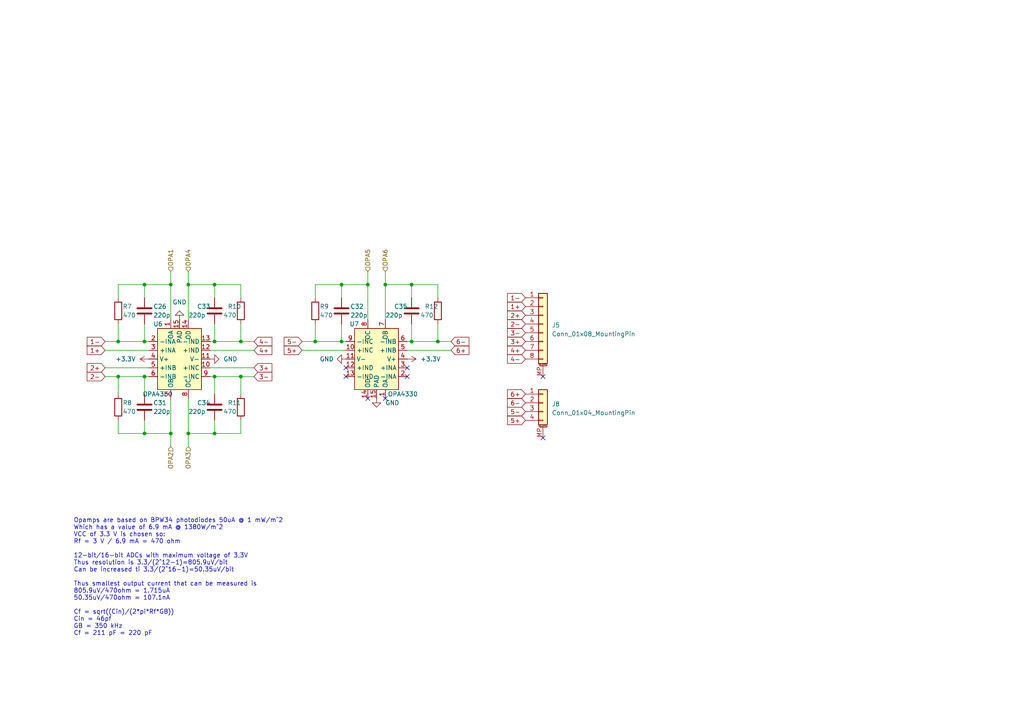
<source format=kicad_sch>
(kicad_sch (version 20231120) (generator "eeschema") (generator_version "8.0")
  (paper "A4")
  (title_block (title "Course Sun Sensor") (date "2024-04-18") (rev "V1") (comment 1 "22619291") (comment 2 "DP Theron"))
  (lib_symbols
    (symbol "Connector_Generic_MountingPin:Conn_01x04_MountingPin" (pin_names (offset 1.016) hide)
      (property "Reference" "J" (at 0 5.08 0))
      (property "Value" "Conn_01x04_MountingPin" (at 1.27 -7.62 0))
      (symbol "Conn_01x04_MountingPin_1_1"
        (rectangle (start -1.27 -4.953) (end 0 -5.207) (stroke (width 0.1524)))
        (rectangle (start -1.27 -2.413) (end 0 -2.667) (stroke (width 0.1524)))
        (rectangle (start -1.27 0.127) (end 0 -0.127) (stroke (width 0.1524)))
        (rectangle (start -1.27 2.667) (end 0 2.413) (stroke (width 0.1524)))
        (rectangle (start -1.27 3.81) (end 1.27 -6.35) (stroke (width 0.254)) (fill (type background)))
        (polyline (pts (xy -1.016 -7.112) (xy 1.016 -7.112)) (stroke (width 0.1524)))
        (text "Mounting" (at 0 -6.731 0) (effects (font (size 0.381 0.381))))
        (pin passive line (at -5.08 2.54 0) (length 3.81) (name "Pin_1") (number "1"))
        (pin passive line (at -5.08 0 0) (length 3.81) (name "Pin_2") (number "2"))
        (pin passive line (at -5.08 -2.54 0) (length 3.81) (name "Pin_3") (number "3"))
        (pin passive line (at -5.08 -5.08 0) (length 3.81) (name "Pin_4") (number "4"))
        (pin passive line (at 0 -10.16 90) (length 3.048) (name "MountPin") (number "MP"))
      )
    )
    (symbol "Connector_Generic_MountingPin:Conn_01x08_MountingPin" (pin_names (offset 1.016) hide)
      (property "Reference" "J" (at 0 10.16 0))
      (property "Value" "Conn_01x08_MountingPin" (at 1.27 -12.7 0))
      (symbol "Conn_01x08_MountingPin_1_1"
        (rectangle (start -1.27 -10.033) (end 0 -10.287) (stroke (width 0.1524)))
        (rectangle (start -1.27 -7.493) (end 0 -7.747) (stroke (width 0.1524)))
        (rectangle (start -1.27 -4.953) (end 0 -5.207) (stroke (width 0.1524)))
        (rectangle (start -1.27 -2.413) (end 0 -2.667) (stroke (width 0.1524)))
        (rectangle (start -1.27 0.127) (end 0 -0.127) (stroke (width 0.1524)))
        (rectangle (start -1.27 2.667) (end 0 2.413) (stroke (width 0.1524)))
        (rectangle (start -1.27 5.207) (end 0 4.953) (stroke (width 0.1524)))
        (rectangle (start -1.27 7.747) (end 0 7.493) (stroke (width 0.1524)))
        (rectangle (start -1.27 8.89) (end 1.27 -11.43) (stroke (width 0.254)) (fill (type background)))
        (polyline (pts (xy -1.016 -12.192) (xy 1.016 -12.192)) (stroke (width 0.1524)))
        (text "Mounting" (at 0 -11.811 0) (effects (font (size 0.381 0.381))))
        (pin passive line (at -5.08 7.62 0) (length 3.81) (name "Pin_1") (number "1"))
        (pin passive line (at -5.08 5.08 0) (length 3.81) (name "Pin_2") (number "2"))
        (pin passive line (at -5.08 2.54 0) (length 3.81) (name "Pin_3") (number "3"))
        (pin passive line (at -5.08 0 0) (length 3.81) (name "Pin_4") (number "4"))
        (pin passive line (at -5.08 -2.54 0) (length 3.81) (name "Pin_5") (number "5"))
        (pin passive line (at -5.08 -5.08 0) (length 3.81) (name "Pin_6") (number "6"))
        (pin passive line (at -5.08 -7.62 0) (length 3.81) (name "Pin_7") (number "7"))
        (pin passive line (at -5.08 -10.16 0) (length 3.81) (name "Pin_8") (number "8"))
        (pin passive line (at 0 -15.24 90) (length 3.048) (name "MountPin") (number "MP"))
      )
    )
    (symbol "Device:C" (pin_numbers hide) (pin_names (offset 0.254))
      (property "Reference" "C" (at 0.635 2.54 0))
      (property "Value" "C" (at 0.635 -2.54 0))
      (symbol "C_0_1"
        (polyline (pts (xy -2.032 -0.762) (xy 2.032 -0.762)) (stroke (width 0.508)))
        (polyline (pts (xy -2.032 0.762) (xy 2.032 0.762)) (stroke (width 0.508)))
      )
      (symbol "C_1_1"
        (pin passive line (at 0 3.81 270) (length 2.794) (name "~") (number "1"))
        (pin passive line (at 0 -3.81 90) (length 2.794) (name "~") (number "2"))
      )
    )
    (symbol "Device:R" (pin_numbers hide) (pin_names (offset 0))
      (property "Reference" "R" (at 2.032 0 90))
      (property "Value" "R" (at 0 0 90))
      (symbol "R_0_1"
        (rectangle (start -1.016 -2.54) (end 1.016 2.54) (stroke (width 0.254)))
      )
      (symbol "R_1_1"
        (pin passive line (at 0 3.81 270) (length 1.27) (name "~") (number "1"))
        (pin passive line (at 0 -3.81 90) (length 1.27) (name "~") (number "2"))
      )
    )
    (symbol "OPA4330_1"
      (property "Reference" "U" (at -6.35 10.16 0))
      (symbol "OPA4330_1_0_0"
        (text_box "" (at -6.35 8.89 0) (size 12.7 -17.78) (fill (type color) (color 255 255 194 1)) (effects (font (size 1.27 1.27)) (justify left top)))
      )
      (symbol "OPA4330_1_0_1"
        (rectangle (start -6.35 8.89) (end 6.35 -8.89))
      )
      (symbol "OPA4330_1_1_1"
        (pin output line (at -2.54 11.43 270) (length 2.54) (name "OA") (number "1"))
        (pin input line (at 8.89 -2.54 180) (length 2.54) (name "+INC") (number "10"))
        (pin power_out line (at 8.89 0 180) (length 2.54) (name "V-") (number "11"))
        (pin input line (at 8.89 2.54 180) (length 2.54) (name "+IND") (number "12"))
        (pin input line (at 8.89 5.08 180) (length 2.54) (name "-IND") (number "13"))
        (pin output line (at 2.54 11.43 270) (length 2.54) (name "OD") (number "14"))
        (pin passive line (at 0 11.43 270) (length 2.54) (name "PAD") (number "15"))
        (pin input line (at -8.89 5.08 0) (length 2.54) (name "-INA") (number "2"))
        (pin input line (at -8.89 2.54 0) (length 2.54) (name "+INA") (number "3"))
        (pin power_in line (at -8.89 0 0) (length 2.54) (name "V+") (number "4"))
        (pin input line (at -8.89 -2.54 0) (length 2.54) (name "+INB") (number "5"))
        (pin input line (at -8.89 -5.08 0) (length 2.54) (name "-INB") (number "6"))
        (pin output line (at -2.54 -11.43 90) (length 2.54) (name "OB") (number "7"))
        (pin output line (at 2.54 -11.43 90) (length 2.54) (name "OC") (number "8"))
        (pin input line (at 8.89 -5.08 180) (length 2.54) (name "-INC") (number "9"))
      )
    )
    (symbol "power:+3.3V" (power) (pin_names (offset 0))
      (property "Value" "+3.3V" (at 0 3.556 0))
      (symbol "+3.3V_0_1"
        (polyline (pts (xy -0.762 1.27) (xy 0 2.54)))
        (polyline (pts (xy 0 0) (xy 0 2.54)))
        (polyline (pts (xy 0 2.54) (xy 0.762 1.27)))
      )
      (symbol "+3.3V_1_1"
        (pin power_in line (at 0 0 90) (length 0) hide (name "+3.3V") (number "1"))
      )
    )
    (symbol "power:GND" (power) (pin_names (offset 0))
      (property "Value" "GND" (at 0 -3.81 0))
      (symbol "GND_0_1"
        (polyline (pts (xy 0 0) (xy 0 -1.27) (xy 1.27 -1.27) (xy 0 -2.54) (xy -1.27 -1.27) (xy 0 -1.27)))
      )
      (symbol "GND_1_1"
        (pin power_in line (at 0 0 270) (length 0) hide (name "GND") (number "1"))
      )
    )
  )
  (junction (at 41.91 82.55))
  (junction (at 99.06 99.06))
  (junction (at 127 99.06))
  (junction (at 106.68 82.55))
  (junction (at 49.53 125.73))
  (junction (at 62.23 99.06))
  (junction (at 62.23 125.73))
  (junction (at 69.85 109.22))
  (junction (at 91.44 99.06))
  (junction (at 34.29 99.06))
  (junction (at 62.23 109.22))
  (junction (at 119.38 99.06))
  (junction (at 54.61 82.55))
  (junction (at 34.29 109.22))
  (junction (at 69.85 99.06))
  (junction (at 41.91 109.22))
  (junction (at 41.91 125.73))
  (junction (at 111.76 82.55))
  (junction (at 49.53 82.55))
  (junction (at 99.06 82.55))
  (junction (at 119.38 82.55))
  (junction (at 62.23 82.55))
  (junction (at 54.61 125.73))
  (junction (at 41.91 99.06))
  (no_connect (at 100.33 109.22))
  (no_connect (at 111.76 115.57))
  (no_connect (at 118.11 109.22))
  (no_connect (at 106.68 115.57))
  (no_connect (at 118.11 106.68))
  (no_connect (at 157.48 109.22))
  (no_connect (at 100.33 106.68))
  (no_connect (at 157.48 127))
  (wire (pts (xy 127 93.98) (xy 127 99.06)))
  (wire (pts (xy 34.29 125.73) (xy 41.91 125.73)))
  (wire (pts (xy 54.61 115.57) (xy 54.61 125.73)))
  (wire (pts (xy 99.06 82.55) (xy 99.06 86.36)))
  (wire (pts (xy 62.23 121.92) (xy 62.23 125.73)))
  (wire (pts (xy 43.18 99.06) (xy 41.91 99.06)))
  (wire (pts (xy 54.61 78.74) (xy 54.61 82.55)))
  (wire (pts (xy 69.85 109.22) (xy 73.66 109.22)))
  (wire (pts (xy 54.61 125.73) (xy 62.23 125.73)))
  (wire (pts (xy 30.48 109.22) (xy 34.29 109.22)))
  (wire (pts (xy 62.23 109.22) (xy 62.23 114.3)))
  (wire (pts (xy 118.11 99.06) (xy 119.38 99.06)))
  (wire (pts (xy 60.96 99.06) (xy 62.23 99.06)))
  (wire (pts (xy 62.23 82.55) (xy 62.23 86.36)))
  (wire (pts (xy 62.23 82.55) (xy 69.85 82.55)))
  (wire (pts (xy 41.91 82.55) (xy 49.53 82.55)))
  (wire (pts (xy 87.63 99.06) (xy 91.44 99.06)))
  (wire (pts (xy 119.38 99.06) (xy 127 99.06)))
  (wire (pts (xy 62.23 109.22) (xy 69.85 109.22)))
  (wire (pts (xy 41.91 82.55) (xy 41.91 86.36)))
  (wire (pts (xy 69.85 109.22) (xy 69.85 114.3)))
  (wire (pts (xy 119.38 82.55) (xy 127 82.55)))
  (wire (pts (xy 49.53 125.73) (xy 49.53 129.54)))
  (wire (pts (xy 91.44 93.98) (xy 91.44 99.06)))
  (wire (pts (xy 69.85 99.06) (xy 73.66 99.06)))
  (wire (pts (xy 91.44 82.55) (xy 99.06 82.55)))
  (wire (pts (xy 41.91 121.92) (xy 41.91 125.73)))
  (wire (pts (xy 106.68 82.55) (xy 106.68 92.71)))
  (wire (pts (xy 106.68 78.74) (xy 106.68 82.55)))
  (wire (pts (xy 54.61 82.55) (xy 54.61 92.71)))
  (wire (pts (xy 43.18 109.22) (xy 41.91 109.22)))
  (wire (pts (xy 119.38 93.98) (xy 119.38 99.06)))
  (wire (pts (xy 60.96 101.6) (xy 73.66 101.6)))
  (wire (pts (xy 69.85 121.92) (xy 69.85 125.73)))
  (wire (pts (xy 69.85 86.36) (xy 69.85 82.55)))
  (wire (pts (xy 30.48 106.68) (xy 43.18 106.68)))
  (wire (pts (xy 99.06 93.98) (xy 99.06 99.06)))
  (wire (pts (xy 91.44 99.06) (xy 99.06 99.06)))
  (wire (pts (xy 127 99.06) (xy 130.81 99.06)))
  (wire (pts (xy 118.11 101.6) (xy 130.81 101.6)))
  (wire (pts (xy 87.63 101.6) (xy 100.33 101.6)))
  (wire (pts (xy 34.29 109.22) (xy 41.91 109.22)))
  (wire (pts (xy 34.29 93.98) (xy 34.29 99.06)))
  (wire (pts (xy 99.06 99.06) (xy 100.33 99.06)))
  (wire (pts (xy 34.29 109.22) (xy 34.29 114.3)))
  (wire (pts (xy 111.76 82.55) (xy 111.76 92.71)))
  (wire (pts (xy 41.91 125.73) (xy 49.53 125.73)))
  (wire (pts (xy 99.06 82.55) (xy 106.68 82.55)))
  (wire (pts (xy 49.53 115.57) (xy 49.53 125.73)))
  (wire (pts (xy 111.76 78.74) (xy 111.76 82.55)))
  (wire (pts (xy 62.23 99.06) (xy 69.85 99.06)))
  (wire (pts (xy 91.44 86.36) (xy 91.44 82.55)))
  (wire (pts (xy 54.61 125.73) (xy 54.61 129.54)))
  (wire (pts (xy 34.29 99.06) (xy 41.91 99.06)))
  (wire (pts (xy 127 82.55) (xy 127 86.36)))
  (wire (pts (xy 119.38 82.55) (xy 119.38 86.36)))
  (wire (pts (xy 41.91 109.22) (xy 41.91 114.3)))
  (wire (pts (xy 41.91 93.98) (xy 41.91 99.06)))
  (wire (pts (xy 30.48 101.6) (xy 43.18 101.6)))
  (wire (pts (xy 62.23 125.73) (xy 69.85 125.73)))
  (wire (pts (xy 111.76 82.55) (xy 119.38 82.55)))
  (wire (pts (xy 34.29 82.55) (xy 41.91 82.55)))
  (wire (pts (xy 60.96 109.22) (xy 62.23 109.22)))
  (wire (pts (xy 49.53 78.74) (xy 49.53 82.55)))
  (wire (pts (xy 69.85 93.98) (xy 69.85 99.06)))
  (wire (pts (xy 60.96 106.68) (xy 73.66 106.68)))
  (wire (pts (xy 30.48 99.06) (xy 34.29 99.06)))
  (wire (pts (xy 34.29 121.92) (xy 34.29 125.73)))
  (wire (pts (xy 49.53 82.55) (xy 49.53 92.71)))
  (wire (pts (xy 62.23 93.98) (xy 62.23 99.06)))
  (wire (pts (xy 62.23 82.55) (xy 54.61 82.55)))
  (wire (pts (xy 34.29 86.36) (xy 34.29 82.55)))
  (text "Opamps are based on BPW34 photodiodes 50uA @ 1 mW/m^2\nWhich has a value of 6.9 mA @ 1380W/m^2\nVCC of 3.3 V is chosen so:\nRf = 3 V / 6.9 mA = 470 ohm\n\n12-bit/16-bit ADCs with maximum voltage of 3,3V\nThus resolution is 3.3/(2^12-1)=805.9uV/bit\nCan be increased ti 3.3/(2^16-1)=50.35uV/bit\n\nThus smallest output current that can be measured is\n805.9uV/470ohm = 1.715uA\n50.35uV/470ohm = 107.1nA\n\nCf = sqrt((Cin)/(2*pi*Rf*GB))\nCin = 46pf\nGB = 350 kHz\nCf = 211 pF = 220 pF\n\n" (at 21.336 168.402 0) (effects (font (size 1.27 1.27)) (justify left)))
  (global_label "1-" (shape input) (at 152.4 86.36 180) (property "Intersheetrefs" "${INTERSHEET_REFS}" (effects (hide yes))))
  (global_label "4+" (shape input) (at 152.4 101.6 180) (property "Intersheetrefs" "${INTERSHEET_REFS}" (effects (hide yes))))
  (global_label "5+" (shape input) (at 152.4 121.92 180) (property "Intersheetrefs" "${INTERSHEET_REFS}" (effects (hide yes))))
  (global_label "2-" (shape input) (at 152.4 93.98 180) (property "Intersheetrefs" "${INTERSHEET_REFS}" (effects (hide yes))))
  (global_label "3-" (shape input) (at 73.66 109.22 0) (property "Intersheetrefs" "${INTERSHEET_REFS}" (effects (hide yes))))
  (global_label "5-" (shape input) (at 152.4 119.38 180) (property "Intersheetrefs" "${INTERSHEET_REFS}" (effects (hide yes))))
  (global_label "2+" (shape input) (at 152.4 91.44 180) (property "Intersheetrefs" "${INTERSHEET_REFS}" (effects (hide yes))))
  (global_label "5+" (shape input) (at 87.63 101.6 180) (property "Intersheetrefs" "${INTERSHEET_REFS}" (effects (hide yes))))
  (global_label "3-" (shape input) (at 152.4 96.52 180) (property "Intersheetrefs" "${INTERSHEET_REFS}" (effects (hide yes))))
  (global_label "3+" (shape input) (at 73.66 106.68 0) (property "Intersheetrefs" "${INTERSHEET_REFS}" (effects (hide yes))))
  (global_label "2+" (shape input) (at 30.48 106.68 180) (property "Intersheetrefs" "${INTERSHEET_REFS}" (effects (hide yes))))
  (global_label "4+" (shape input) (at 73.66 101.6 0) (property "Intersheetrefs" "${INTERSHEET_REFS}" (effects (hide yes))))
  (global_label "4-" (shape input) (at 73.66 99.06 0) (property "Intersheetrefs" "${INTERSHEET_REFS}" (effects (hide yes))))
  (global_label "6-" (shape input) (at 130.81 99.06 0) (property "Intersheetrefs" "${INTERSHEET_REFS}" (effects (hide yes))))
  (global_label "1+" (shape input) (at 30.48 101.6 180) (property "Intersheetrefs" "${INTERSHEET_REFS}" (effects (hide yes))))
  (global_label "6-" (shape input) (at 152.4 116.84 180) (property "Intersheetrefs" "${INTERSHEET_REFS}" (effects (hide yes))))
  (global_label "5-" (shape input) (at 87.63 99.06 180) (property "Intersheetrefs" "${INTERSHEET_REFS}" (effects (hide yes))))
  (global_label "6+" (shape input) (at 130.81 101.6 0) (property "Intersheetrefs" "${INTERSHEET_REFS}" (effects (hide yes))))
  (global_label "3+" (shape input) (at 152.4 99.06 180) (property "Intersheetrefs" "${INTERSHEET_REFS}" (effects (hide yes))))
  (global_label "1-" (shape input) (at 30.48 99.06 180) (property "Intersheetrefs" "${INTERSHEET_REFS}" (effects (hide yes))))
  (global_label "2-" (shape input) (at 30.48 109.22 180) (property "Intersheetrefs" "${INTERSHEET_REFS}" (effects (hide yes))))
  (global_label "6+" (shape input) (at 152.4 114.3 180) (property "Intersheetrefs" "${INTERSHEET_REFS}" (effects (hide yes))))
  (global_label "4-" (shape input) (at 152.4 104.14 180) (property "Intersheetrefs" "${INTERSHEET_REFS}" (effects (hide yes))))
  (global_label "1+" (shape input) (at 152.4 88.9 180) (property "Intersheetrefs" "${INTERSHEET_REFS}" (effects (hide yes))))
  (hierarchical_label "OPA5" (shape input) (at 106.68 78.74 90))
  (hierarchical_label "OPA6" (shape input) (at 111.76 78.74 90))
  (hierarchical_label "OPA1" (shape input) (at 49.53 78.74 90))
  (hierarchical_label "OPA3" (shape input) (at 54.61 129.54 270))
  (hierarchical_label "OPA2" (shape input) (at 49.53 129.54 270))
  (hierarchical_label "OPA4" (shape input) (at 54.61 78.74 90))
  (symbol (lib_name "OPA4330_1") (lib_id "Skripsie:OPA4330") (at 109.22 104.14 180) (unit 1)
    (property "Reference" "U7" (at 104.14 93.98 0) (effects (justify left)))
    (property "Value" "OPA4330" (at 116.84 114.3 0))
    (property "Footprint" "Skripsie:Texas_S-PVQFN-N14" (effects (hide yes)))
    (property "JLCPCB #" "C2059987" (effects (hide yes)))
  )
  (symbol (lib_id "Device:R") (at 69.85 90.17 0) (unit 1)
    (property "Reference" "R10" (at 66.04 88.9 0) (effects (justify left)))
    (property "Value" "470" (at 64.77 91.44 0) (effects (justify left)))
    (property "Footprint" "Resistor_SMD:R_0603_1608Metric" (effects (hide yes)))
    (property "JLCPCB #" "C491160" (effects (hide yes)))
  )
  (symbol (lib_id "Device:C") (at 62.23 90.17 0) (unit 1)
    (property "Reference" "C33" (at 57.15 88.9 0) (effects (justify left)))
    (property "Value" "220p" (at 54.61 91.44 0) (effects (justify left)))
    (property "Footprint" "Capacitor_SMD:C_0603_1608Metric" (effects (hide yes)))
    (property "JLCPCB #" "C3865471" (effects (hide yes)))
  )
  (symbol (lib_id "Connector_Generic_MountingPin:Conn_01x04_MountingPin") (at 157.48 116.84 0) (unit 1)
    (property "Reference" "J8" (at 160.02 117.1955 0) (effects (justify left)))
    (property "Value" "Conn_01x04_MountingPin" (at 160.02 119.7355 0) (effects (justify left)))
    (property "Footprint" "Skripsie:JST_GH_SM04B-GHS-TB_1x04-1MP_P1.25mm_Horizontal" (effects (hide yes)))
    (property "Description" "Generic connectable mounting pin connector, single row, 01x04, script generated (kicad-library-utils/schlib/autogen/connector/)" (effects (hide yes)))
  )
  (symbol (lib_id "Device:R") (at 69.85 118.11 0) (unit 1)
    (property "Reference" "R11" (at 66.04 116.84 0) (effects (justify left)))
    (property "Value" "470" (at 64.77 119.38 0) (effects (justify left)))
    (property "Footprint" "Resistor_SMD:R_0603_1608Metric" (effects (hide yes)))
    (property "JLCPCB #" "C491160" (effects (hide yes)))
  )
  (symbol (lib_id "power:GND") (at 60.96 104.14 90) (unit 1)
    (property "Reference" "#PWR048" (effects (hide yes)))
    (property "Value" "GND" (at 64.77 104.14 90) (effects (justify right)))
  )
  (symbol (lib_id "power:GND") (at 109.22 115.57 0) (unit 1)
    (property "Reference" "#PWR047" (effects (hide yes)))
    (property "Value" "GND" (at 111.76 116.84 0) (effects (justify left)))
  )
  (symbol (lib_id "Device:C") (at 119.38 90.17 0) (unit 1)
    (property "Reference" "C35" (at 114.3 88.9 0) (effects (justify left)))
    (property "Value" "220p" (at 111.76 91.44 0) (effects (justify left)))
    (property "Footprint" "Capacitor_SMD:C_0603_1608Metric" (effects (hide yes)))
    (property "JLCPCB #" "C3865471" (effects (hide yes)))
  )
  (symbol (lib_id "power:GND") (at 100.33 104.14 270) (unit 1)
    (property "Reference" "#PWR020" (effects (hide yes)))
    (property "Value" "GND" (at 92.71 104.14 90) (effects (justify left)))
  )
  (symbol (lib_id "power:GND") (at 52.07 92.71 180) (unit 1)
    (property "Reference" "#PWR021" (effects (hide yes)))
    (property "Value" "GND" (at 52.07 87.63 0))
  )
  (symbol (lib_id "power:+3.3V") (at 43.18 104.14 90) (unit 1)
    (property "Reference" "#PWR014" (effects (hide yes)))
    (property "Value" "+3.3V" (at 39.37 104.14 90) (effects (justify left)))
  )
  (symbol (lib_id "Device:C") (at 62.23 118.11 0) (unit 1)
    (property "Reference" "C34" (at 57.15 116.84 0) (effects (justify left)))
    (property "Value" "220p" (at 54.61 119.38 0) (effects (justify left)))
    (property "Footprint" "Capacitor_SMD:C_0603_1608Metric" (effects (hide yes)))
    (property "JLCPCB #" "C3865471" (effects (hide yes)))
  )
  (symbol (lib_id "Connector_Generic_MountingPin:Conn_01x08_MountingPin") (at 157.48 93.98 0) (unit 1)
    (property "Reference" "J5" (at 160.02 94.3355 0) (effects (justify left)))
    (property "Value" "Conn_01x08_MountingPin" (at 160.02 96.8755 0) (effects (justify left)))
    (property "Footprint" "Skripsie:JST_GH_SM08B-GHS-TB_1x08-1MP_P1.25mm_Horizontal" (effects (hide yes)))
    (property "Description" "Generic connectable mounting pin connector, single row, 01x08, script generated (kicad-library-utils/schlib/autogen/connector/)" (effects (hide yes)))
  )
  (symbol (lib_id "Device:R") (at 34.29 90.17 0) (unit 1)
    (property "Reference" "R7" (at 35.56 88.9 0) (effects (justify left)))
    (property "Value" "470" (at 35.56 91.44 0) (effects (justify left)))
    (property "Footprint" "Resistor_SMD:R_0603_1608Metric" (effects (hide yes)))
    (property "JLCPCB #" "C491160" (effects (hide yes)))
  )
  (symbol (lib_name "OPA4330_1") (lib_id "Skripsie:OPA4330") (at 52.07 104.14 0) (unit 1)
    (property "Reference" "U6" (at 44.45 93.98 0) (effects (justify left)))
    (property "Value" "OPA4330" (at 45.72 114.3 0))
    (property "Footprint" "Skripsie:Texas_S-PVQFN-N14" (effects (hide yes)))
    (property "JLCPCB #" "C2059987" (effects (hide yes)))
  )
  (symbol (lib_id "Device:C") (at 99.06 90.17 0) (unit 1)
    (property "Reference" "C32" (at 101.6 88.9 0) (effects (justify left)))
    (property "Value" "220p" (at 101.6 91.44 0) (effects (justify left)))
    (property "Footprint" "Capacitor_SMD:C_0603_1608Metric" (effects (hide yes)))
    (property "JLCPCB #" "C3865471" (effects (hide yes)))
  )
  (symbol (lib_id "Device:C") (at 41.91 118.11 0) (unit 1)
    (property "Reference" "C31" (at 44.45 116.84 0) (effects (justify left)))
    (property "Value" "220p" (at 44.45 119.38 0) (effects (justify left)))
    (property "Footprint" "Capacitor_SMD:C_0603_1608Metric" (effects (hide yes)))
    (property "JLCPCB #" "C3865471" (effects (hide yes)))
  )
  (symbol (lib_id "Device:C") (at 41.91 90.17 0) (unit 1)
    (property "Reference" "C26" (at 44.45 88.9 0) (effects (justify left)))
    (property "Value" "220p" (at 44.45 91.44 0) (effects (justify left)))
    (property "Footprint" "Capacitor_SMD:C_0603_1608Metric" (effects (hide yes)))
    (property "JLCPCB #" "C3865471" (effects (hide yes)))
  )
  (symbol (lib_id "Device:R") (at 127 90.17 0) (unit 1)
    (property "Reference" "R12" (at 123.19 88.9 0) (effects (justify left)))
    (property "Value" "470" (at 121.92 91.44 0) (effects (justify left)))
    (property "Footprint" "Resistor_SMD:R_0603_1608Metric" (effects (hide yes)))
    (property "JLCPCB #" "C491160" (effects (hide yes)))
  )
  (symbol (lib_id "Device:R") (at 91.44 90.17 0) (unit 1)
    (property "Reference" "R9" (at 92.71 88.9 0) (effects (justify left)))
    (property "Value" "470" (at 92.71 91.44 0) (effects (justify left)))
    (property "Footprint" "Resistor_SMD:R_0603_1608Metric" (effects (hide yes)))
    (property "JLCPCB #" "C491160" (effects (hide yes)))
  )
  (symbol (lib_id "Device:R") (at 34.29 118.11 0) (unit 1)
    (property "Reference" "R8" (at 35.56 116.84 0) (effects (justify left)))
    (property "Value" "470" (at 35.56 119.38 0) (effects (justify left)))
    (property "Footprint" "Resistor_SMD:R_0603_1608Metric" (effects (hide yes)))
    (property "JLCPCB #" "C491160" (effects (hide yes)))
  )
  (symbol (lib_id "power:+3.3V") (at 118.11 104.14 270) (unit 1)
    (property "Reference" "#PWR049" (effects (hide yes)))
    (property "Value" "+3.3V" (at 121.92 104.14 90) (effects (justify left)))
  )
)
</source>
